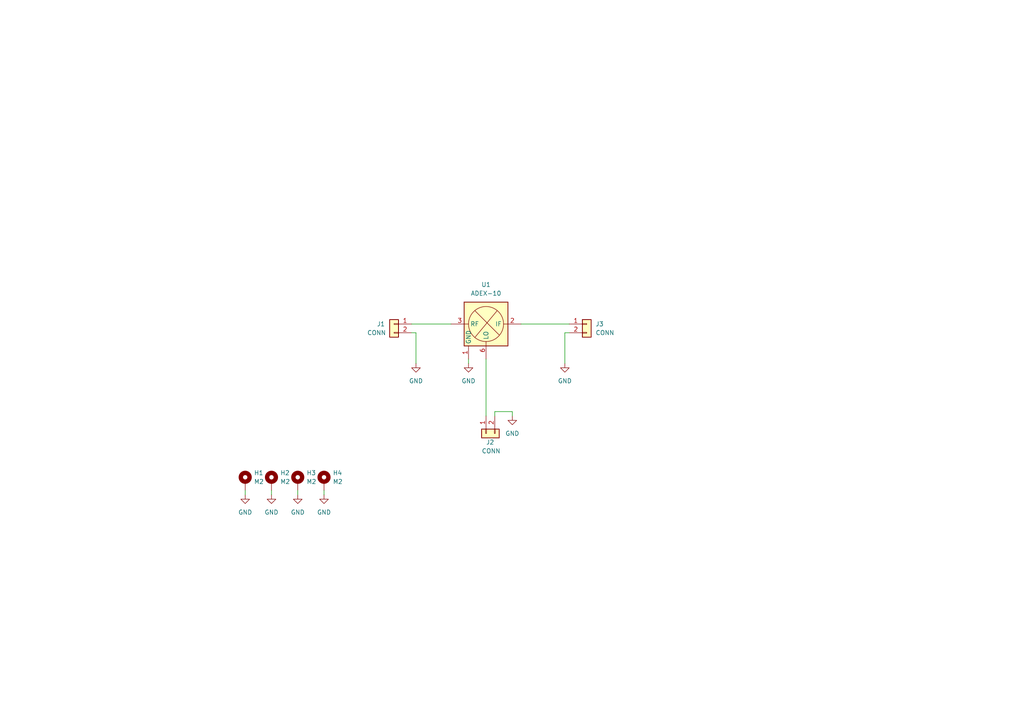
<source format=kicad_sch>
(kicad_sch (version 20211123) (generator eeschema)
  (paper "A4")
  (title_block (title "008 Mixer") (date "2022-01-30") (rev "1") (company "Halidelabs") (comment 1 "contact@halidelabs.eu"))
  (lib_symbols
    (symbol "Connector_Generic:Conn_01x02" (pin_names (offset 1.016) hide)
      (property "Reference" "J" (at 0 2.54 0))
      (property "Value" "Conn_01x02" (at 0 -5.08 0))
      (symbol "Conn_01x02_1_1"
        (rectangle (start -1.27 -2.413) (end 0 -2.667) (stroke (width 0.1524)))
        (rectangle (start -1.27 0.127) (end 0 -0.127) (stroke (width 0.1524)))
        (rectangle (start -1.27 1.27) (end 1.27 -3.81) (stroke (width 0.254)) (fill (type background)))
        (pin passive line (at -5.08 0 0) (length 3.81) (name "Pin_1") (number "1"))
        (pin passive line (at -5.08 -2.54 0) (length 3.81) (name "Pin_2") (number "2"))
      )
    )
    (symbol "Mechanical:MountingHole_Pad" (pin_numbers hide) (pin_names (offset 1.016) hide)
      (property "Reference" "H" (at 0 6.35 0))
      (property "Value" "MountingHole_Pad" (at 0 4.445 0))
      (symbol "MountingHole_Pad_0_1"
        (circle (center 0 1.27) (radius 1.27) (stroke (width 1.27)))
      )
      (symbol "MountingHole_Pad_1_1"
        (pin input line (at 0 -2.54 90) (length 2.54) (name "1") (number "1"))
      )
    )
    (symbol "RF_Mixer:ADEX-10"
      (property "Reference" "U" (at -6.35 7.62 0))
      (property "Value" "ADEX-10" (at 6.35 7.62 0))
      (symbol "ADEX-10_0_1"
        (rectangle (start -6.35 6.35) (end 6.35 -6.35) (stroke (width 0.254)) (fill (type background)))
        (polyline (pts (xy -3.175 -3.81) (xy 3.175 3.81)))
        (polyline (pts (xy 3.81 -3.175) (xy -3.175 3.81)))
        (circle (center 0 0) (radius 5.08))
      )
      (symbol "ADEX-10_1_1"
        (pin power_in line (at -5.08 -10.16 90) (length 3.81) (name "GND") (number "1"))
        (pin output line (at 10.16 0 180) (length 5.08) (name "IF") (number "2"))
        (pin input line (at -10.16 0 0) (length 5.08) (name "RF") (number "3"))
        (pin passive line (at -5.08 -10.16 90) (length 3.81) hide (name "GND") (number "4"))
        (pin passive line (at -5.08 -10.16 90) (length 3.81) hide (name "GND") (number "5"))
        (pin input line (at 0 -10.16 90) (length 5.08) (name "LO") (number "6"))
      )
    )
    (symbol "power:GND" (power) (pin_names (offset 0))
      (property "Value" "GND" (at 0 -3.81 0))
      (symbol "GND_0_1"
        (polyline (pts (xy 0 0) (xy 0 -1.27) (xy 1.27 -1.27) (xy 0 -2.54) (xy -1.27 -1.27) (xy 0 -1.27)))
      )
      (symbol "GND_1_1"
        (pin power_in line (at 0 0 270) (length 0) hide (name "GND") (number "1"))
      )
    )
  )
  (wire (pts (xy 93.98 142.24) (xy 93.98 143.51)))
  (wire (pts (xy 140.97 104.14) (xy 140.97 120.65)))
  (wire (pts (xy 86.36 142.24) (xy 86.36 143.51)))
  (wire (pts (xy 148.59 119.38) (xy 143.51 119.38)))
  (wire (pts (xy 120.65 96.52) (xy 119.38 96.52)))
  (wire (pts (xy 151.13 93.98) (xy 165.1 93.98)))
  (wire (pts (xy 148.59 120.65) (xy 148.59 119.38)))
  (wire (pts (xy 163.83 105.41) (xy 163.83 96.52)))
  (wire (pts (xy 78.74 142.24) (xy 78.74 143.51)))
  (wire (pts (xy 163.83 96.52) (xy 165.1 96.52)))
  (wire (pts (xy 135.89 104.14) (xy 135.89 105.41)))
  (wire (pts (xy 143.51 119.38) (xy 143.51 120.65)))
  (wire (pts (xy 71.12 142.24) (xy 71.12 143.51)))
  (wire (pts (xy 119.38 93.98) (xy 130.81 93.98)))
  (wire (pts (xy 120.65 105.41) (xy 120.65 96.52)))
  (symbol (lib_id "power:GND") (at 71.12 143.51 0) (unit 1)
    (property "Reference" "#PWR0104" (effects hide))
    (property "Value" "GND" (at 71.12 148.59 0))
  )
  (symbol (lib_id "Mechanical:MountingHole_Pad") (at 71.12 139.7 0) (unit 1)
    (property "Reference" "H1" (at 73.66 137.1599 0) (effects (justify left)))
    (property "Value" "M2" (at 73.66 139.6999 0) (effects (justify left)))
    (property "Footprint" "modular-rf-bench-footprints:M2-hole" (effects hide))
  )
  (symbol (lib_id "power:GND") (at 93.98 143.51 0) (unit 1)
    (property "Reference" "#PWR0101" (effects hide))
    (property "Value" "GND" (at 93.98 148.59 0))
  )
  (symbol (lib_id "Connector_Generic:Conn_01x02") (at 170.18 93.98 0) (unit 1)
    (property "Reference" "J3" (at 172.72 93.9799 0) (effects (justify left)))
    (property "Value" "CONN" (at 172.72 96.5199 0) (effects (justify left)))
    (property "Footprint" "modular-rf-bench-footprints:edge-connector" (effects hide))
  )
  (symbol (lib_id "power:GND") (at 120.65 105.41 0) (unit 1)
    (property "Reference" "#PWR0105" (effects hide))
    (property "Value" "GND" (at 120.65 110.49 0))
  )
  (symbol (lib_id "power:GND") (at 135.89 105.41 0) (unit 1)
    (property "Reference" "#PWR0106" (effects hide))
    (property "Value" "GND" (at 135.89 110.49 0))
  )
  (symbol (lib_id "Mechanical:MountingHole_Pad") (at 78.74 139.7 0) (unit 1)
    (property "Reference" "H2" (at 81.28 137.1599 0) (effects (justify left)))
    (property "Value" "M2" (at 81.28 139.6999 0) (effects (justify left)))
    (property "Footprint" "modular-rf-bench-footprints:M2-hole" (effects hide))
  )
  (symbol (lib_id "Mechanical:MountingHole_Pad") (at 86.36 139.7 0) (unit 1)
    (property "Reference" "H3" (at 88.9 137.1599 0) (effects (justify left)))
    (property "Value" "M2" (at 88.9 139.6999 0) (effects (justify left)))
    (property "Footprint" "modular-rf-bench-footprints:M2-hole" (effects hide))
  )
  (symbol (lib_id "power:GND") (at 78.74 143.51 0) (unit 1)
    (property "Reference" "#PWR0103" (effects hide))
    (property "Value" "GND" (at 78.74 148.59 0))
  )
  (symbol (lib_id "power:GND") (at 148.59 120.65 0) (unit 1)
    (property "Reference" "#PWR0108" (effects hide))
    (property "Value" "GND" (at 148.59 125.73 0))
  )
  (symbol (lib_id "Mechanical:MountingHole_Pad") (at 93.98 139.7 0) (unit 1)
    (property "Reference" "H4" (at 96.52 137.1599 0) (effects (justify left)))
    (property "Value" "M2" (at 96.52 139.6999 0) (effects (justify left)))
    (property "Footprint" "modular-rf-bench-footprints:M2-hole" (effects hide))
  )
  (symbol (lib_id "power:GND") (at 86.36 143.51 0) (unit 1)
    (property "Reference" "#PWR0102" (effects hide))
    (property "Value" "GND" (at 86.36 148.59 0))
  )
  (symbol (lib_id "RF_Mixer:ADEX-10") (at 140.97 93.98 0) (unit 1)
    (property "Reference" "U1" (at 140.97 82.55 0))
    (property "Value" "ADEX-10" (at 140.97 85.09 0))
    (property "Footprint" "RF_Mini-Circuits:Mini-Circuits_CD542_LandPatternPL-052" (effects hide))
    (property "Datasheet" "https://www.minicircuits.com/pdfs/ADEX-10.pdf" (effects hide))
  )
  (symbol (lib_id "power:GND") (at 163.83 105.41 0) (unit 1)
    (property "Reference" "#PWR0107" (effects hide))
    (property "Value" "GND" (at 163.83 110.49 0))
  )
  (symbol (lib_id "Connector_Generic:Conn_01x02") (at 114.3 93.98 0) (mirror y) (unit 1)
    (property "Reference" "J1" (at 110.49 93.98 0))
    (property "Value" "CONN" (at 109.22 96.52 0))
    (property "Footprint" "modular-rf-bench-footprints:edge-connector" (effects hide))
  )
  (symbol (lib_id "Connector_Generic:Conn_01x02") (at 140.97 125.73 90) (mirror x) (unit 1)
    (property "Reference" "J2" (at 140.97 128.27 90) (effects (justify right)))
    (property "Value" "CONN" (at 139.7 130.81 90) (effects (justify right)))
    (property "Footprint" "modular-rf-bench-footprints:edge-connector" (effects hide))
  )
)
</source>
